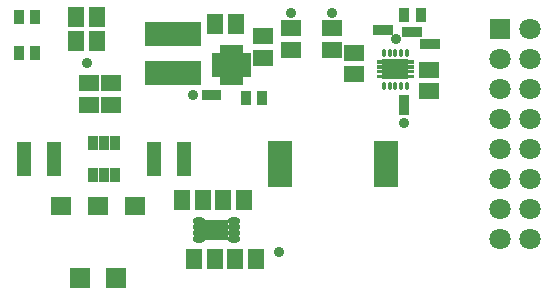
<source format=gts>
%FSLAX25Y25*%
%MOIN*%
G70*
G01*
G75*
G04 Layer_Color=8388736*
%ADD10R,0.02165X0.03740*%
%ADD11R,0.04400X0.05700*%
%ADD12R,0.06890X0.05709*%
%ADD13O,0.02953X0.01181*%
%ADD14R,0.05700X0.04400*%
%ADD15R,0.03937X0.02756*%
%ADD16R,0.02600X0.03800*%
%ADD17R,0.05709X0.05709*%
%ADD18R,0.00984X0.01969*%
%ADD19R,0.01181X0.01969*%
%ADD20R,0.01969X0.00984*%
%ADD21R,0.01969X0.01181*%
%ADD22R,0.08465X0.06299*%
%ADD23O,0.00945X0.02362*%
%ADD24R,0.02200X0.02400*%
%ADD25R,0.17700X0.07100*%
%ADD26R,0.07100X0.14200*%
%ADD27R,0.02400X0.02200*%
%ADD28R,0.05906X0.05906*%
%ADD29R,0.05906X0.04724*%
%ADD30C,0.00800*%
%ADD31C,0.00787*%
%ADD32C,0.01969*%
%ADD33C,0.01181*%
%ADD34C,0.03937*%
%ADD35C,0.02378*%
%ADD36C,0.05906*%
%ADD37R,0.05906X0.05906*%
%ADD38C,0.00984*%
%ADD39C,0.00394*%
%ADD40C,0.00600*%
%ADD41C,0.01000*%
%ADD42R,0.03365X0.04940*%
%ADD43R,0.05600X0.06900*%
%ADD44R,0.08090X0.06909*%
%ADD45O,0.04153X0.02381*%
%ADD46R,0.06900X0.05600*%
%ADD47R,0.05137X0.03956*%
%ADD48R,0.03800X0.05000*%
%ADD49R,0.06909X0.06909*%
%ADD50R,0.02184X0.03169*%
%ADD51R,0.02381X0.03169*%
%ADD52R,0.03169X0.02184*%
%ADD53R,0.03169X0.02381*%
%ADD54R,0.08865X0.06699*%
%ADD55O,0.01345X0.02762*%
%ADD56R,0.03400X0.03600*%
%ADD57R,0.18900X0.08300*%
%ADD58R,0.08300X0.15400*%
%ADD59R,0.03600X0.03400*%
%ADD60R,0.07106X0.07106*%
%ADD61R,0.07106X0.05924*%
%ADD62C,0.03578*%
%ADD63C,0.07106*%
%ADD64R,0.07106X0.07106*%
G36*
X129069Y-27966D02*
X126897D01*
Y-26857D01*
X129069D01*
Y-27966D01*
D02*
G37*
G36*
X139108D02*
X136936D01*
Y-26857D01*
X139108D01*
Y-27966D01*
D02*
G37*
G36*
X129069Y-29580D02*
X126897D01*
Y-28471D01*
X129069D01*
Y-29580D01*
D02*
G37*
G36*
X139108D02*
X136936D01*
Y-28471D01*
X139108D01*
Y-29580D01*
D02*
G37*
G36*
X129069Y-24737D02*
X126897D01*
Y-23629D01*
X129069D01*
Y-24737D01*
D02*
G37*
G36*
X139108D02*
X136936D01*
Y-23629D01*
X139108D01*
Y-24737D01*
D02*
G37*
G36*
X129069Y-26351D02*
X126897D01*
Y-25243D01*
X129069D01*
Y-26351D01*
D02*
G37*
G36*
X139108D02*
X136936D01*
Y-25243D01*
X139108D01*
Y-26351D01*
D02*
G37*
D42*
X32077Y-61801D02*
D03*
X35817D02*
D03*
X39557D02*
D03*
Y-51171D02*
D03*
X35817D02*
D03*
X32077D02*
D03*
D43*
X61795Y-70266D02*
D03*
X68894D02*
D03*
X26361Y-17116D02*
D03*
X33461D02*
D03*
X82674Y-70266D02*
D03*
X75574D02*
D03*
X79511Y-89951D02*
D03*
X86611D02*
D03*
X33461Y-9242D02*
D03*
X26361D02*
D03*
X72831Y-89951D02*
D03*
X65732D02*
D03*
X79971Y-11407D02*
D03*
X72871D02*
D03*
D44*
X73219Y-80108D02*
D03*
D45*
X79026Y-77156D02*
D03*
Y-79124D02*
D03*
Y-81093D02*
D03*
Y-83061D02*
D03*
X67411D02*
D03*
Y-81093D02*
D03*
Y-79124D02*
D03*
Y-77156D02*
D03*
D46*
X30699Y-38383D02*
D03*
Y-31283D02*
D03*
X98068Y-12976D02*
D03*
Y-20076D02*
D03*
X111848Y-12976D02*
D03*
Y-20076D02*
D03*
X38179Y-31283D02*
D03*
Y-38383D02*
D03*
X88732Y-22674D02*
D03*
Y-15574D02*
D03*
X144115Y-33855D02*
D03*
Y-26755D02*
D03*
X119223Y-28186D02*
D03*
Y-21086D02*
D03*
D47*
X19282Y-60226D02*
D03*
Y-56486D02*
D03*
Y-52746D02*
D03*
X9045Y-60226D02*
D03*
Y-56486D02*
D03*
Y-52746D02*
D03*
X62589Y-60226D02*
D03*
Y-56486D02*
D03*
Y-52746D02*
D03*
X52352Y-60226D02*
D03*
Y-56486D02*
D03*
Y-52746D02*
D03*
D48*
X7476Y-21053D02*
D03*
X12976D02*
D03*
X7476Y-9242D02*
D03*
X12976D02*
D03*
X83119Y-36211D02*
D03*
X88619D02*
D03*
X135853Y-8652D02*
D03*
X141353D02*
D03*
D49*
X78389Y-25187D02*
D03*
D50*
X75436Y-20266D02*
D03*
X81342D02*
D03*
Y-30108D02*
D03*
X75436D02*
D03*
D51*
X77405Y-20266D02*
D03*
X79373D02*
D03*
Y-30108D02*
D03*
X77405D02*
D03*
D52*
X83310Y-22234D02*
D03*
Y-28140D02*
D03*
X73468D02*
D03*
Y-22234D02*
D03*
D53*
X83310Y-24203D02*
D03*
Y-26171D02*
D03*
X73468D02*
D03*
Y-24203D02*
D03*
D54*
X133002Y-26604D02*
D03*
D55*
X129065Y-21092D02*
D03*
X131034D02*
D03*
X133002D02*
D03*
X134971D02*
D03*
X136939D02*
D03*
Y-32116D02*
D03*
X134971D02*
D03*
X133002D02*
D03*
X131034D02*
D03*
X129065D02*
D03*
D56*
X73346Y-35030D02*
D03*
X70046D02*
D03*
X127127Y-13376D02*
D03*
X130427D02*
D03*
X146158Y-18100D02*
D03*
X142858D02*
D03*
X136953Y-14163D02*
D03*
X140253D02*
D03*
D57*
X58704Y-27750D02*
D03*
Y-14750D02*
D03*
D58*
X129925Y-58258D02*
D03*
X94525D02*
D03*
D59*
X135863Y-36923D02*
D03*
Y-40223D02*
D03*
D60*
X39951Y-96250D02*
D03*
X27746D02*
D03*
D61*
X46053Y-72234D02*
D03*
X33848D02*
D03*
X21644D02*
D03*
D62*
X65588Y-35226D02*
D03*
X98068Y-7667D02*
D03*
X111848D02*
D03*
X94085Y-87589D02*
D03*
X135863Y-44478D02*
D03*
X133107Y-16525D02*
D03*
X30305Y-24597D02*
D03*
D63*
X177707Y-83179D02*
D03*
X167707D02*
D03*
X177707Y-73179D02*
D03*
X167707D02*
D03*
X177707Y-63179D02*
D03*
X167707D02*
D03*
X177707Y-53179D02*
D03*
X167707D02*
D03*
X177707Y-43179D02*
D03*
X167707D02*
D03*
X177707Y-33179D02*
D03*
X167707D02*
D03*
X177707Y-23179D02*
D03*
X167707D02*
D03*
X177707Y-13179D02*
D03*
D64*
X167707D02*
D03*
M02*

</source>
